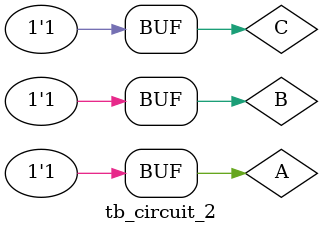
<source format=v>
module tb_circuit_2;

reg A,B,C;
wire D;

circuit_2 M2(A,B,C,D);

initial begin
#0 A=1'b0; B=1'b0; C=1'b0;
#20 A=1'b0; B=1'b0; C=1'b1;
#20 A=1'b0; B=1'b1; C=1'b0;
#20 A=1'b0; B=1'b1; C=1'b1;
#20 A=1'b1; B=1'b0; C=1'b0;
#20 A=1'b1; B=1'b0; C=1'b1;
#20 A=1'b1; B=1'b1; C=1'b0;
#20 A=1'b1; B=1'b1; C=1'b1;
end

initial begin
$monitor($time, "A=%b, B=%b, C=%b, D=%b", A, B, C, D);
end

initial begin
$dumpfile("circuit.vcd");
$dumpvars(0, M2);
end

endmodule

</source>
